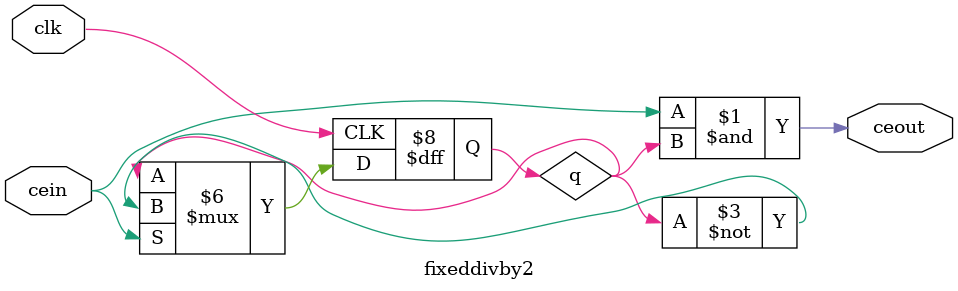
<source format=v>
module fixeddivby2(
	input clk,
	input cein,
	output ceout);
	reg q;
	initial q = 0;
	assign ceout = cein & q;
	always @(posedge clk) begin
		if(cein)
			q = ~q;
	end
endmodule
</source>
